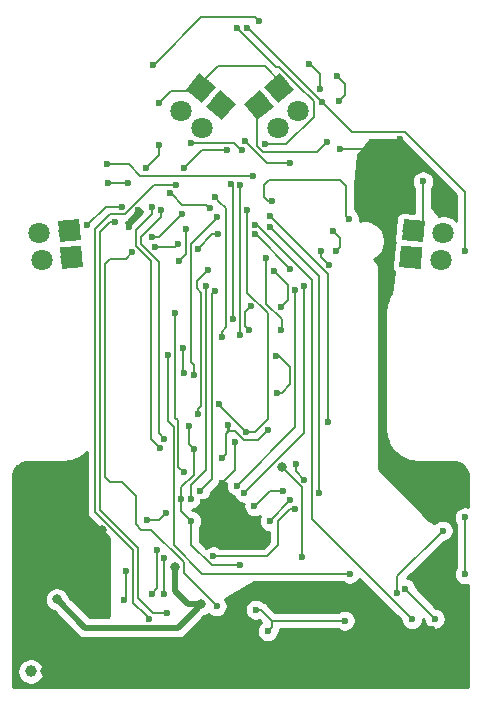
<source format=gbr>
G04 #@! TF.GenerationSoftware,KiCad,Pcbnew,(5.1.4)-1*
G04 #@! TF.CreationDate,2019-11-08T17:49:40+09:00*
G04 #@! TF.ProjectId,gekko,67656b6b-6f2e-46b6-9963-61645f706362,rev?*
G04 #@! TF.SameCoordinates,Original*
G04 #@! TF.FileFunction,Copper,L2,Bot*
G04 #@! TF.FilePolarity,Positive*
%FSLAX46Y46*%
G04 Gerber Fmt 4.6, Leading zero omitted, Abs format (unit mm)*
G04 Created by KiCad (PCBNEW (5.1.4)-1) date 2019-11-08 17:49:40*
%MOMM*%
%LPD*%
G04 APERTURE LIST*
%ADD10C,1.800000*%
%ADD11C,0.100000*%
%ADD12C,1.000000*%
%ADD13C,0.600000*%
%ADD14C,0.800000*%
%ADD15C,0.200000*%
%ADD16C,0.250000*%
%ADD17C,0.500000*%
%ADD18C,0.254000*%
G04 APERTURE END LIST*
D10*
X166911168Y-110892285D03*
X164576934Y-108429472D03*
D11*
G36*
X163601919Y-109247607D02*
G01*
X163758799Y-107454457D01*
X165551949Y-107611337D01*
X165395069Y-109404487D01*
X163601919Y-109247607D01*
X163601919Y-109247607D01*
G37*
D10*
X167107268Y-108650847D03*
X164380834Y-110670910D03*
D11*
G36*
X163405819Y-111489045D02*
G01*
X163562699Y-109695895D01*
X165355849Y-109852775D01*
X165198969Y-111645925D01*
X163405819Y-111489045D01*
X163405819Y-111489045D01*
G37*
D10*
X153116769Y-99766985D03*
X153207688Y-96374960D03*
D11*
G36*
X151939739Y-96264029D02*
G01*
X153318619Y-95107011D01*
X154475637Y-96485891D01*
X153096757Y-97642909D01*
X151939739Y-96264029D01*
X151939739Y-96264029D01*
G37*
D10*
X154840369Y-98320713D03*
X151484088Y-97821233D03*
D11*
G36*
X150216139Y-97710302D02*
G01*
X151595019Y-96553284D01*
X152752037Y-97932164D01*
X151373157Y-99089182D01*
X150216139Y-97710302D01*
X150216139Y-97710302D01*
G37*
D10*
X144936400Y-98313728D03*
X146569081Y-96367975D03*
D11*
G36*
X146680012Y-97635924D02*
G01*
X145301132Y-96478906D01*
X146458150Y-95100026D01*
X147837030Y-96257044D01*
X146680012Y-97635924D01*
X146680012Y-97635924D01*
G37*
D10*
X146660000Y-99760000D03*
X148292681Y-97814247D03*
D11*
G36*
X148403612Y-99082196D02*
G01*
X147024732Y-97925178D01*
X148181750Y-96546298D01*
X149560630Y-97703316D01*
X148403612Y-99082196D01*
X148403612Y-99082196D01*
G37*
D10*
X132913900Y-108648562D03*
X135444234Y-108427186D03*
D11*
G36*
X134626099Y-109402201D02*
G01*
X134469219Y-107609051D01*
X136262369Y-107452171D01*
X136419249Y-109245321D01*
X134626099Y-109402201D01*
X134626099Y-109402201D01*
G37*
D10*
X133110000Y-110890000D03*
X135640335Y-110668624D03*
D11*
G36*
X134822200Y-111643639D02*
G01*
X134665320Y-109850489D01*
X136458470Y-109693609D01*
X136615350Y-111486759D01*
X134822200Y-111643639D01*
X134822200Y-111643639D01*
G37*
D12*
X132200000Y-145750000D03*
X133450000Y-145750000D03*
D13*
X157290000Y-100890000D03*
X163208559Y-139135884D03*
X142670000Y-109840000D03*
X157442412Y-111334336D03*
X156741602Y-110179990D03*
X145770000Y-133010000D03*
X145550000Y-124990000D03*
X146010000Y-126910000D03*
X148400000Y-127660000D03*
X152320000Y-125290000D03*
X158760000Y-141450000D03*
X152250000Y-142360000D03*
X149930000Y-136750000D03*
X142010000Y-132890000D03*
X143620000Y-132300000D03*
X144950000Y-131140000D03*
X140240000Y-137260000D03*
X146330000Y-109980000D03*
X154170000Y-111680000D03*
X151165762Y-108749988D03*
X140060000Y-139660000D03*
X144689990Y-109549424D03*
X148054247Y-108749998D03*
X151234662Y-140515338D03*
X167060000Y-133820000D03*
X148900000Y-124850000D03*
X133200000Y-128180000D03*
X160250000Y-104120000D03*
X158349990Y-101520000D03*
X154110000Y-102700000D03*
X148400000Y-129760000D03*
X152150000Y-110740000D03*
X153340000Y-116820000D03*
X153005715Y-122146689D03*
X152920000Y-119030000D03*
X168820000Y-129790000D03*
X165190000Y-130670000D03*
X157740000Y-108440000D03*
X158020000Y-110190062D03*
X149466790Y-126305330D03*
X155260000Y-138460000D03*
D14*
X138169480Y-136988347D03*
D13*
X150345684Y-100857252D03*
D14*
X138225046Y-133810710D03*
D13*
X147360000Y-106530000D03*
X144000000Y-105200000D03*
X141310000Y-106710000D03*
X140504928Y-108083206D03*
X163424272Y-100635728D03*
X153120000Y-140350000D03*
X163930000Y-143780000D03*
X166160000Y-142140000D03*
X133260000Y-146780000D03*
X134580000Y-146790000D03*
X136160000Y-146820000D03*
X137850000Y-146820000D03*
X152060000Y-146820000D03*
X153440000Y-146780000D03*
X154930000Y-146780000D03*
X156640000Y-146780000D03*
X162680000Y-146800000D03*
X163770000Y-146810000D03*
X165690000Y-144860000D03*
X162580000Y-144550000D03*
X149980000Y-134260000D03*
X148100001Y-131691216D03*
X146770000Y-131370000D03*
X130900000Y-131670000D03*
X131030000Y-129110000D03*
X135300000Y-128270000D03*
X162960000Y-104460000D03*
X163220000Y-102540000D03*
X164390000Y-103750000D03*
X166710000Y-106440000D03*
X168060000Y-105630000D03*
X168090000Y-107120000D03*
X132850000Y-144490000D03*
X132820000Y-143100000D03*
X133990000Y-140830000D03*
X135330000Y-138720000D03*
X152035000Y-134885000D03*
X152150000Y-139330000D03*
X137460000Y-140870000D03*
X157910000Y-140270000D03*
X135610000Y-131950000D03*
X131960000Y-134540000D03*
X159109998Y-107410000D03*
X152600000Y-105910000D03*
X168940000Y-132710002D03*
X168919990Y-137510000D03*
D14*
X144370000Y-136870000D03*
X146640000Y-140080000D03*
D13*
X154560000Y-132010000D03*
D14*
X134400000Y-139650000D03*
D13*
X147660000Y-136010000D03*
X147920000Y-140210000D03*
X140760000Y-110274981D03*
X142480000Y-108970000D03*
X145010000Y-107000000D03*
X143760000Y-140800000D03*
X139312178Y-107692044D03*
X154630000Y-128170000D03*
X155360000Y-129500000D03*
X144520000Y-104540010D03*
X148830000Y-101640000D03*
X142235911Y-141304954D03*
X145153026Y-103159990D03*
X147820000Y-113510000D03*
X142890000Y-135450000D03*
X142445000Y-139165000D03*
X146550000Y-130440000D03*
X147032761Y-113142761D03*
X143510000Y-136130000D03*
X145749937Y-131129042D03*
X143510000Y-139160000D03*
X145170000Y-128890010D03*
X144430000Y-115395734D03*
D14*
X153460000Y-128460000D03*
D13*
X155170000Y-136030000D03*
X146390000Y-123940000D03*
X147158001Y-111778001D03*
X164465000Y-141305000D03*
X151184129Y-107950187D03*
X163920000Y-138770000D03*
X159180000Y-137470000D03*
X143780000Y-118970000D03*
X144725000Y-111005000D03*
X145300000Y-108290010D03*
X166400000Y-141290000D03*
X143480000Y-126030000D03*
X143181974Y-106719980D03*
X143130000Y-126870000D03*
X142436784Y-106428929D03*
X150483560Y-91242069D03*
X168970000Y-110110000D03*
X156865000Y-97505000D03*
X152050000Y-101090000D03*
X149640000Y-91270010D03*
X145740000Y-100970000D03*
X150071687Y-101608879D03*
X151490000Y-90680000D03*
X158109272Y-95320728D03*
X142580000Y-94410000D03*
X158320000Y-97450000D03*
X138690000Y-104410000D03*
X140410000Y-104410000D03*
X138620000Y-102800000D03*
X151000000Y-103760000D03*
X150630000Y-116830000D03*
X150820000Y-114850000D03*
X153350000Y-114860000D03*
X152770000Y-111870000D03*
X149920001Y-117230001D03*
X146020000Y-120630000D03*
X147970010Y-107310000D03*
X149932028Y-104541630D03*
X145130000Y-120490000D03*
X145110000Y-118360002D03*
X149310010Y-115899990D03*
X149136413Y-104457869D03*
X147767416Y-105592584D03*
X148350000Y-117400000D03*
X150430772Y-125502228D03*
X150520011Y-106690001D03*
X148110000Y-123079998D03*
X149650000Y-130030000D03*
X154592024Y-113470428D03*
X150260000Y-130620000D03*
X155300729Y-113099273D03*
X152450000Y-107230000D03*
X153520000Y-130440000D03*
X151130000Y-131750000D03*
X157349990Y-124650000D03*
X152422300Y-108108588D03*
X152410000Y-133030000D03*
X154170000Y-131270000D03*
X156590000Y-130610000D03*
X136950000Y-107990000D03*
X139930000Y-106390000D03*
X143050000Y-101160000D03*
X143050000Y-97650000D03*
X165400000Y-104255910D03*
X141910757Y-103159990D03*
X156650000Y-96420000D03*
X155780000Y-94300000D03*
D15*
X163208559Y-138711620D02*
X163208559Y-139135884D01*
X163208559Y-137671441D02*
X163208559Y-138711620D01*
X156741602Y-110633526D02*
X156741602Y-110604254D01*
X157442412Y-111334336D02*
X156741602Y-110633526D01*
X156741602Y-110604254D02*
X156741602Y-110179990D01*
X145550000Y-126450000D02*
X145550000Y-124990000D01*
X146010000Y-129100000D02*
X146010000Y-126910000D01*
X144950000Y-130160000D02*
X146010000Y-129100000D01*
X145770000Y-133010000D02*
X144950000Y-132190000D01*
X144950000Y-132190000D02*
X144950000Y-130160000D01*
X145820000Y-126720000D02*
X145550000Y-126450000D01*
X145820000Y-126720000D02*
X146010000Y-126910000D01*
X148699999Y-127360001D02*
X148699999Y-125650001D01*
X148400000Y-127660000D02*
X148699999Y-127360001D01*
X148699999Y-125650001D02*
X148930000Y-125420000D01*
X148930000Y-125420000D02*
X149500000Y-125420000D01*
X149500000Y-125420000D02*
X150250000Y-126170000D01*
X150250000Y-126170000D02*
X151440000Y-126170000D01*
X151440000Y-126170000D02*
X152320000Y-125290000D01*
X152600000Y-141450000D02*
X158335736Y-141450000D01*
X158335736Y-141450000D02*
X158760000Y-141450000D01*
X152600000Y-141450000D02*
X152600000Y-142010000D01*
X152600000Y-142010000D02*
X152250000Y-142360000D01*
X145770000Y-135020000D02*
X145770000Y-133010000D01*
X149930000Y-136750000D02*
X147500000Y-136750000D01*
X147500000Y-136750000D02*
X145770000Y-135020000D01*
X142010000Y-132890000D02*
X143030000Y-132890000D01*
X143030000Y-132890000D02*
X143620000Y-132300000D01*
X154170000Y-111680000D02*
X151239988Y-108749988D01*
X151239988Y-108749988D02*
X151165762Y-108749988D01*
X140240000Y-137260000D02*
X140240000Y-139480000D01*
X140240000Y-139480000D02*
X140060000Y-139660000D01*
X151829916Y-101780000D02*
X151320000Y-101270084D01*
X151320000Y-101270084D02*
X151320000Y-98810000D01*
X156400000Y-101780000D02*
X151829916Y-101780000D01*
X157290000Y-100890000D02*
X156400000Y-101780000D01*
X144399414Y-109840000D02*
X144689990Y-109549424D01*
X142670000Y-109840000D02*
X144399414Y-109840000D01*
X148048920Y-108749998D02*
X148054247Y-108749998D01*
X147560002Y-108749998D02*
X148048920Y-108749998D01*
X146330000Y-109980000D02*
X147560002Y-108749998D01*
X151665338Y-140515338D02*
X151658926Y-140515338D01*
X152600000Y-141450000D02*
X151665338Y-140515338D01*
X151658926Y-140515338D02*
X151234662Y-140515338D01*
X167060000Y-133820000D02*
X163208559Y-137671441D01*
D16*
X148930000Y-125420000D02*
X148930000Y-124880000D01*
X148930000Y-124880000D02*
X148900000Y-124850000D01*
D15*
X159160000Y-101520000D02*
X159410000Y-101520000D01*
X159160000Y-101520000D02*
X158349990Y-101520000D01*
X152150000Y-110740000D02*
X152150000Y-114610000D01*
X152150000Y-114610000D02*
X153430000Y-115890000D01*
X153430000Y-115890000D02*
X153430000Y-116730000D01*
X153430000Y-116730000D02*
X153340000Y-116820000D01*
X153429979Y-122146689D02*
X154140000Y-121436668D01*
X153005715Y-122146689D02*
X153429979Y-122146689D01*
X154140000Y-121436668D02*
X154140000Y-119970000D01*
X154140000Y-119970000D02*
X153200000Y-119030000D01*
X153200000Y-119030000D02*
X152920000Y-119030000D01*
X168820000Y-129790000D02*
X166070000Y-129790000D01*
X165489999Y-130370001D02*
X165190000Y-130670000D01*
X166070000Y-129790000D02*
X165489999Y-130370001D01*
X158370000Y-109840062D02*
X158020000Y-110190062D01*
X157740000Y-108440000D02*
X158370000Y-109070000D01*
X158370000Y-109070000D02*
X158370000Y-109840062D01*
X149466790Y-128693210D02*
X149466790Y-126729594D01*
X148400000Y-129760000D02*
X149466790Y-128693210D01*
X149466790Y-126729594D02*
X149466790Y-126305330D01*
X154110000Y-102700000D02*
X152184216Y-102700000D01*
X150645683Y-101157251D02*
X150345684Y-100857252D01*
X150645683Y-101161467D02*
X150645683Y-101157251D01*
X152184216Y-102700000D02*
X150645683Y-101161467D01*
D17*
X138169480Y-136988347D02*
X138169480Y-133866276D01*
X138169480Y-133866276D02*
X138225046Y-133810710D01*
D15*
X147060001Y-106230001D02*
X145030001Y-106230001D01*
X147360000Y-106530000D02*
X147060001Y-106230001D01*
X145030001Y-106230001D02*
X144110000Y-105310000D01*
X144110000Y-105310000D02*
X144000000Y-105200000D01*
X163124273Y-100935727D02*
X163424272Y-100635728D01*
X162540000Y-101520000D02*
X163124273Y-100935727D01*
X164520000Y-143780000D02*
X165860001Y-142439999D01*
X165860001Y-142439999D02*
X166160000Y-142140000D01*
X163930000Y-143780000D02*
X164520000Y-143780000D01*
D17*
X154110000Y-140350000D02*
X153120000Y-140350000D01*
X155260000Y-138460000D02*
X155260000Y-139200000D01*
X155260000Y-139200000D02*
X154110000Y-140350000D01*
D15*
X140504928Y-107515072D02*
X140504928Y-108083206D01*
X141310000Y-106710000D02*
X140504928Y-107515072D01*
X160250000Y-101580000D02*
X160310000Y-101520000D01*
X160250000Y-104120000D02*
X160250000Y-101580000D01*
X159160000Y-101520000D02*
X160310000Y-101520000D01*
X160310000Y-101520000D02*
X162540000Y-101520000D01*
X158390000Y-104120000D02*
X152390000Y-104120000D01*
X158880000Y-104610000D02*
X158390000Y-104120000D01*
X158870000Y-104620000D02*
X158880000Y-104610000D01*
X158870000Y-107200000D02*
X158870000Y-104620000D01*
X159080000Y-107410000D02*
X158870000Y-107200000D01*
X159109998Y-107410000D02*
X159080000Y-107410000D01*
X152390000Y-104120000D02*
X151910000Y-104600000D01*
X151910000Y-104600000D02*
X151910000Y-105500000D01*
X151910000Y-105500000D02*
X151910000Y-105540000D01*
X151910000Y-105540000D02*
X152280000Y-105910000D01*
X152280000Y-105910000D02*
X152600000Y-105910000D01*
X168940000Y-132710002D02*
X168940000Y-137489990D01*
X168940000Y-137489990D02*
X168919990Y-137510000D01*
D17*
X146640000Y-140080000D02*
X145540000Y-140080000D01*
X144370000Y-138910000D02*
X144370000Y-136870000D01*
X145540000Y-140080000D02*
X144370000Y-138910000D01*
D15*
X152190000Y-136010000D02*
X147660000Y-136010000D01*
X153130000Y-135070000D02*
X152190000Y-136010000D01*
X153130000Y-133015736D02*
X153130000Y-135070000D01*
X154560000Y-132010000D02*
X154135736Y-132010000D01*
X154135736Y-132010000D02*
X153130000Y-133015736D01*
D17*
X134400000Y-139650000D02*
X136804956Y-142054956D01*
X136804956Y-142054956D02*
X144665044Y-142054956D01*
X146240001Y-140479999D02*
X146640000Y-140080000D01*
X144665044Y-142054956D02*
X146240001Y-140479999D01*
D15*
X142480000Y-108970000D02*
X143040000Y-108970000D01*
X143040000Y-108970000D02*
X145010000Y-107000000D01*
X140224981Y-110810000D02*
X140760000Y-110274981D01*
X138460000Y-111211432D02*
X138861432Y-110810000D01*
X138460000Y-129300000D02*
X138460000Y-111211432D01*
X138880000Y-129720000D02*
X138460000Y-129300000D01*
X141070000Y-130874949D02*
X139915051Y-129720000D01*
X147920000Y-140210000D02*
X145150000Y-137440000D01*
X138861432Y-110810000D02*
X140224981Y-110810000D01*
X145150000Y-136520000D02*
X142400000Y-133770000D01*
X139915051Y-129720000D02*
X138880000Y-129720000D01*
X145150000Y-137440000D02*
X145150000Y-136520000D01*
X142400000Y-133770000D02*
X141560000Y-133770000D01*
X141560000Y-133770000D02*
X141070000Y-133280000D01*
X141070000Y-133280000D02*
X141070000Y-130874949D01*
X138047537Y-108532421D02*
X138887914Y-107692044D01*
X143760000Y-140800000D02*
X142560000Y-140800000D01*
X141250000Y-135280000D02*
X138047537Y-132077537D01*
X138047537Y-132077537D02*
X138047537Y-108532421D01*
X138887914Y-107692044D02*
X139312178Y-107692044D01*
X141250000Y-139490000D02*
X141250000Y-135280000D01*
X142560000Y-140800000D02*
X141250000Y-139490000D01*
X154630000Y-128170000D02*
X154630000Y-128770000D01*
X154630000Y-128770000D02*
X155360000Y-129500000D01*
X140849989Y-139919032D02*
X141935912Y-141004955D01*
X137647526Y-108246774D02*
X137647526Y-132243226D01*
X138894300Y-107000000D02*
X137647526Y-108246774D01*
X140170000Y-107000000D02*
X138894300Y-107000000D01*
X142629990Y-104540010D02*
X140170000Y-107000000D01*
X141935912Y-141004955D02*
X142235911Y-141304954D01*
X140849989Y-135445689D02*
X140849989Y-139919032D01*
X137647526Y-132243226D02*
X140849989Y-135445689D01*
X144520000Y-104540010D02*
X142629990Y-104540010D01*
X146673016Y-101640000D02*
X145453025Y-102859991D01*
X145453025Y-102859991D02*
X145153026Y-103159990D01*
X148830000Y-101640000D02*
X146673016Y-101640000D01*
X142890000Y-135450000D02*
X142890000Y-135874264D01*
X142890000Y-138720000D02*
X142445000Y-139165000D01*
X142890000Y-135874264D02*
X142890000Y-138720000D01*
X147509999Y-113820001D02*
X147509999Y-123378001D01*
X147820000Y-113510000D02*
X147509999Y-113820001D01*
X147509999Y-123378001D02*
X147520001Y-123388003D01*
X147520001Y-129469999D02*
X146849999Y-130140001D01*
X147520001Y-123388003D02*
X147520001Y-129469999D01*
X146849999Y-130140001D02*
X146550000Y-130440000D01*
X147032761Y-113142761D02*
X147050009Y-113125513D01*
X145749937Y-130704778D02*
X145749937Y-131129042D01*
X145749937Y-129975799D02*
X145749937Y-130704778D01*
X147040011Y-128685725D02*
X145749937Y-129975799D01*
X147032761Y-113142761D02*
X147032761Y-113567025D01*
X147040011Y-113574275D02*
X147040011Y-128685725D01*
X147032761Y-113567025D02*
X147040011Y-113574275D01*
X143510000Y-136130000D02*
X143510000Y-139160000D01*
X145170000Y-128890010D02*
X144680000Y-128400010D01*
X144680000Y-128400010D02*
X144680000Y-124500000D01*
X144680000Y-124500000D02*
X144430000Y-124250000D01*
X144430000Y-115819998D02*
X144430000Y-115395734D01*
X144430000Y-124250000D02*
X144430000Y-115819998D01*
X155170000Y-130170000D02*
X153859999Y-128859999D01*
X153859999Y-128859999D02*
X153460000Y-128460000D01*
X155170000Y-136030000D02*
X155170000Y-130170000D01*
X146280000Y-112656002D02*
X147158001Y-111778001D01*
X146280000Y-113320000D02*
X146280000Y-112656002D01*
X146640000Y-113680000D02*
X146280000Y-113320000D01*
X146640000Y-123265736D02*
X146640000Y-113680000D01*
X146390000Y-123940000D02*
X146390000Y-123515736D01*
X146390000Y-123515736D02*
X146640000Y-123265736D01*
X164480000Y-141320000D02*
X164465000Y-141305000D01*
X151360187Y-107950187D02*
X151184129Y-107950187D01*
X164465000Y-141305000D02*
X155989445Y-132829445D01*
X155989445Y-112579445D02*
X151360187Y-107950187D01*
X155989445Y-132829445D02*
X155989445Y-112579445D01*
X143780000Y-124570000D02*
X143780000Y-119394264D01*
X143780000Y-119394264D02*
X143780000Y-118970000D01*
X144279999Y-125069999D02*
X143780000Y-124570000D01*
X144279999Y-135084299D02*
X144279999Y-125069999D01*
X146665700Y-137470000D02*
X144279999Y-135084299D01*
X159180000Y-137470000D02*
X146665700Y-137470000D01*
X145300000Y-108714274D02*
X145300000Y-108290010D01*
X144725000Y-111005000D02*
X145300000Y-110430000D01*
X145300000Y-110430000D02*
X145300000Y-108714274D01*
X163920000Y-138810000D02*
X163920000Y-138770000D01*
X166400000Y-141290000D02*
X163920000Y-138810000D01*
X143181974Y-107144244D02*
X143181974Y-106719980D01*
X141490000Y-108974790D02*
X143181974Y-107282816D01*
X143050020Y-111100020D02*
X141490000Y-109540000D01*
X143050020Y-125600020D02*
X143050020Y-111100020D01*
X141490000Y-109540000D02*
X141490000Y-108974790D01*
X143181974Y-107282816D02*
X143181974Y-107144244D01*
X143480000Y-126030000D02*
X143050020Y-125600020D01*
X143130000Y-126870000D02*
X143140000Y-126880000D01*
X141089991Y-109705691D02*
X141089991Y-108386147D01*
X143130000Y-126870000D02*
X142350010Y-126090010D01*
X142350010Y-126090010D02*
X142350010Y-110965710D01*
X142436784Y-107039354D02*
X142436784Y-106853193D01*
X142436784Y-106853193D02*
X142436784Y-106428929D01*
X141089991Y-108386147D02*
X142436784Y-107039354D01*
X142350010Y-110965710D02*
X141089991Y-109705691D01*
X150610000Y-91250000D02*
X156865000Y-97505000D01*
X168970000Y-109685736D02*
X168970000Y-110110000D01*
X156865000Y-97505000D02*
X159395727Y-100035727D01*
X159395727Y-100035727D02*
X163883731Y-100035727D01*
X168970000Y-105121996D02*
X168970000Y-109685736D01*
X163883731Y-100035727D02*
X168970000Y-105121996D01*
X152920000Y-94560000D02*
X149640000Y-91280000D01*
X153220000Y-94560000D02*
X152920000Y-94560000D01*
X153467001Y-94807001D02*
X153220000Y-94560000D01*
X149640000Y-91280000D02*
X149640000Y-91270010D01*
X153834264Y-101090000D02*
X156160000Y-98764264D01*
X152050000Y-101090000D02*
X153834264Y-101090000D01*
X156160000Y-98764264D02*
X156160000Y-97490000D01*
X156160000Y-97490000D02*
X154809759Y-96139759D01*
X153472889Y-94807001D02*
X153467001Y-94807001D01*
X154809759Y-96139759D02*
X154805647Y-96139759D01*
X154805647Y-96139759D02*
X153472889Y-94807001D01*
X149771688Y-101308880D02*
X150071687Y-101608879D01*
X149432808Y-100970000D02*
X149771688Y-101308880D01*
X145740000Y-100970000D02*
X149432808Y-100970000D01*
X151190001Y-90380001D02*
X146609999Y-90380001D01*
X146609999Y-90380001D02*
X142879999Y-94110001D01*
X151490000Y-90680000D02*
X151190001Y-90380001D01*
X142879999Y-94110001D02*
X142580000Y-94410000D01*
X158810000Y-96960000D02*
X158320000Y-97450000D01*
X158109272Y-95320728D02*
X158810000Y-96021456D01*
X158810000Y-96021456D02*
X158810000Y-96960000D01*
X138690000Y-104410000D02*
X140410000Y-104410000D01*
X150575736Y-103760000D02*
X151000000Y-103760000D01*
X141430000Y-103760000D02*
X150575736Y-103760000D01*
X138620000Y-102800000D02*
X140470000Y-102800000D01*
X140470000Y-102800000D02*
X141430000Y-103760000D01*
X150330001Y-116530001D02*
X150330001Y-115329999D01*
X150630000Y-116830000D02*
X150330001Y-116530001D01*
X150330001Y-115329999D02*
X150690000Y-114970000D01*
X150690000Y-114970000D02*
X150810000Y-114850000D01*
X150810000Y-114850000D02*
X150820000Y-114850000D01*
X153940000Y-113040000D02*
X152770000Y-111870000D01*
X153940000Y-114280000D02*
X153940000Y-113040000D01*
X153350000Y-114860000D02*
X153930000Y-114280000D01*
X153930000Y-114280000D02*
X153940000Y-114280000D01*
X149920001Y-104553657D02*
X149932028Y-104541630D01*
X149920001Y-117230001D02*
X149920001Y-104553657D01*
X147670011Y-107609999D02*
X147970010Y-107310000D01*
X145720001Y-109560009D02*
X147670011Y-107609999D01*
X145720001Y-119539999D02*
X145720001Y-109560009D01*
X146020000Y-120630000D02*
X146020000Y-119840000D01*
X146020000Y-119840000D02*
X145720001Y-119539999D01*
X145110000Y-118784266D02*
X145110000Y-118360002D01*
X145110000Y-119740022D02*
X145110000Y-118784266D01*
X145110000Y-119740022D02*
X145110000Y-120470000D01*
X145110000Y-120470000D02*
X145130000Y-120490000D01*
X145110000Y-118360002D02*
X145110000Y-118360002D01*
X149300000Y-115910000D02*
X149310010Y-115899990D01*
X149160010Y-115910000D02*
X149300000Y-115910000D01*
X149310010Y-115899990D02*
X149310010Y-104631466D01*
X149310010Y-104631466D02*
X149136413Y-104457869D01*
X147767416Y-105592584D02*
X147755101Y-105580269D01*
X148155100Y-105980268D02*
X147767416Y-105592584D01*
X148710000Y-106535168D02*
X148155100Y-105980268D01*
X148710000Y-116615736D02*
X148710000Y-116340000D01*
X148350000Y-116975736D02*
X148710000Y-116615736D01*
X148350000Y-117400000D02*
X148350000Y-116975736D01*
X148710000Y-116340000D02*
X148710000Y-106535168D01*
X148260000Y-123331456D02*
X150130773Y-125202229D01*
X150130773Y-125202229D02*
X150430772Y-125502228D01*
X150520011Y-107114265D02*
X150520011Y-106690001D01*
X150520011Y-113670011D02*
X150520011Y-107114265D01*
X152290000Y-115440000D02*
X150520011Y-113670011D01*
X152290000Y-124350000D02*
X152290000Y-115440000D01*
X150430772Y-125502228D02*
X151137772Y-125502228D01*
X151137772Y-125502228D02*
X152290000Y-124350000D01*
X149650000Y-130030000D02*
X154592024Y-125087976D01*
X154592024Y-113894692D02*
X154592024Y-113470428D01*
X154592024Y-125087976D02*
X154592024Y-113894692D01*
X155300729Y-113523537D02*
X155300729Y-113099273D01*
X155300729Y-125579271D02*
X155300729Y-113523537D01*
X150260000Y-130620000D02*
X155300729Y-125579271D01*
X152440000Y-130440000D02*
X151429999Y-131450001D01*
X151429999Y-131450001D02*
X151130000Y-131750000D01*
X153520000Y-130440000D02*
X152440000Y-130440000D01*
X157349990Y-112129990D02*
X157349990Y-124225736D01*
X157349990Y-124225736D02*
X157349990Y-124650000D01*
X152450000Y-107230000D02*
X157349990Y-112129990D01*
X152410000Y-133030000D02*
X154170000Y-131270000D01*
X156590000Y-112276288D02*
X156516856Y-112203144D01*
X152722299Y-108408587D02*
X152422300Y-108108588D01*
X156590000Y-130610000D02*
X156590000Y-112276288D01*
X156516856Y-112203144D02*
X152722299Y-108408587D01*
X136950000Y-107990000D02*
X138550000Y-106390000D01*
X138550000Y-106390000D02*
X139930000Y-106390000D01*
X143050000Y-97650000D02*
X144090000Y-96610000D01*
X144090000Y-96610000D02*
X145850000Y-96610000D01*
X165400000Y-107530000D02*
X165400000Y-104255910D01*
X164469665Y-108778624D02*
X165400000Y-107848289D01*
X165400000Y-107848289D02*
X165400000Y-107530000D01*
X152030000Y-94530000D02*
X153410000Y-95910000D01*
X148050000Y-94530000D02*
X152030000Y-94530000D01*
X146640000Y-96490000D02*
X146640000Y-95940000D01*
X146640000Y-95940000D02*
X148050000Y-94530000D01*
X143050000Y-102020747D02*
X142210756Y-102859991D01*
X143050000Y-101160000D02*
X143050000Y-102020747D01*
X142210756Y-102859991D02*
X141910757Y-103159990D01*
X156650000Y-95170000D02*
X156079999Y-94599999D01*
X156079999Y-94599999D02*
X155780000Y-94300000D01*
X156650000Y-96420000D02*
X156650000Y-95170000D01*
D18*
G36*
X168235000Y-105426443D02*
G01*
X168235001Y-107607763D01*
X168085773Y-107458535D01*
X167834363Y-107290548D01*
X167555011Y-107174836D01*
X167258452Y-107115847D01*
X166956084Y-107115847D01*
X166793490Y-107148189D01*
X166135000Y-106467251D01*
X166135000Y-104838861D01*
X166228586Y-104698799D01*
X166299068Y-104528639D01*
X166335000Y-104347999D01*
X166335000Y-104163821D01*
X166299068Y-103983181D01*
X166228586Y-103813021D01*
X166126262Y-103659882D01*
X165996028Y-103529648D01*
X165842889Y-103427324D01*
X165672729Y-103356842D01*
X165492089Y-103320910D01*
X165307911Y-103320910D01*
X165127271Y-103356842D01*
X164957111Y-103427324D01*
X164803972Y-103529648D01*
X164673738Y-103659882D01*
X164571414Y-103813021D01*
X164500932Y-103983181D01*
X164465000Y-104163821D01*
X164465000Y-104347999D01*
X164500932Y-104528639D01*
X164571414Y-104698799D01*
X164665001Y-104838862D01*
X164665000Y-106893230D01*
X163814411Y-106818813D01*
X163689334Y-106820177D01*
X163566927Y-106845917D01*
X163451893Y-106895042D01*
X163348654Y-106965666D01*
X163261176Y-107055073D01*
X163192822Y-107159828D01*
X163146218Y-107275906D01*
X163123155Y-107398845D01*
X162966275Y-109191995D01*
X162967639Y-109317072D01*
X162989255Y-109419865D01*
X162950118Y-109517344D01*
X162927055Y-109640283D01*
X162770175Y-111433433D01*
X162771539Y-111558510D01*
X162797279Y-111680917D01*
X162846404Y-111795951D01*
X162917028Y-111899190D01*
X162934498Y-111916283D01*
X162663884Y-113779353D01*
X162640073Y-113814128D01*
X162635192Y-113823155D01*
X162451942Y-114167797D01*
X162426546Y-114229413D01*
X162400313Y-114290618D01*
X162397278Y-114300421D01*
X162284460Y-114674093D01*
X162271512Y-114739485D01*
X162257671Y-114804601D01*
X162256598Y-114814807D01*
X162218508Y-115203276D01*
X162218508Y-115203288D01*
X162215001Y-115238896D01*
X162215000Y-125311105D01*
X162218161Y-125343195D01*
X162218074Y-125355580D01*
X162219075Y-125365793D01*
X162259876Y-125753986D01*
X162273277Y-125819268D01*
X162285755Y-125884678D01*
X162288720Y-125894502D01*
X162404144Y-126267377D01*
X162429988Y-126328857D01*
X162454915Y-126390554D01*
X162459732Y-126399615D01*
X162645383Y-126742970D01*
X162682653Y-126798225D01*
X162719113Y-126853942D01*
X162725599Y-126861895D01*
X162974405Y-127162649D01*
X163021712Y-127209627D01*
X163068283Y-127257184D01*
X163076190Y-127263726D01*
X163378675Y-127510427D01*
X163434183Y-127547306D01*
X163489128Y-127584928D01*
X163498155Y-127589809D01*
X163842796Y-127773059D01*
X163904426Y-127798461D01*
X163965618Y-127824688D01*
X163975421Y-127827723D01*
X164349093Y-127940541D01*
X164414460Y-127953484D01*
X164479601Y-127967330D01*
X164489807Y-127968403D01*
X164878276Y-128006493D01*
X164878277Y-128006493D01*
X164913895Y-128010001D01*
X167914053Y-128010001D01*
X168195021Y-128037550D01*
X168430712Y-128108709D01*
X168648089Y-128224292D01*
X168838879Y-128379896D01*
X168995811Y-128569594D01*
X169112906Y-128786158D01*
X169185709Y-129021345D01*
X169215001Y-129300038D01*
X169215001Y-131811875D01*
X169212729Y-131810934D01*
X169032089Y-131775002D01*
X168847911Y-131775002D01*
X168667271Y-131810934D01*
X168497111Y-131881416D01*
X168343972Y-131983740D01*
X168213738Y-132113974D01*
X168111414Y-132267113D01*
X168040932Y-132437273D01*
X168005000Y-132617913D01*
X168005000Y-132802091D01*
X168040932Y-132982731D01*
X168111414Y-133152891D01*
X168205000Y-133292953D01*
X168205001Y-136902699D01*
X168193728Y-136913972D01*
X168091404Y-137067111D01*
X168020922Y-137237271D01*
X167984990Y-137417911D01*
X167984990Y-137602089D01*
X168020922Y-137782729D01*
X168091404Y-137952889D01*
X168193728Y-138106028D01*
X168323962Y-138236262D01*
X168477101Y-138338586D01*
X168647261Y-138409068D01*
X168827901Y-138445000D01*
X169012079Y-138445000D01*
X169192719Y-138409068D01*
X169215000Y-138399839D01*
X169215000Y-147040001D01*
X130685000Y-147040001D01*
X130685000Y-145638212D01*
X131065000Y-145638212D01*
X131065000Y-145861788D01*
X131108617Y-146081067D01*
X131194176Y-146287624D01*
X131318388Y-146473520D01*
X131476480Y-146631612D01*
X131662376Y-146755824D01*
X131868933Y-146841383D01*
X132088212Y-146885000D01*
X132311788Y-146885000D01*
X132531067Y-146841383D01*
X132737624Y-146755824D01*
X132923520Y-146631612D01*
X133081612Y-146473520D01*
X133205824Y-146287624D01*
X133291383Y-146081067D01*
X133335000Y-145861788D01*
X133335000Y-145638212D01*
X133291383Y-145418933D01*
X133205824Y-145212376D01*
X133081612Y-145026480D01*
X132923520Y-144868388D01*
X132737624Y-144744176D01*
X132531067Y-144658617D01*
X132311788Y-144615000D01*
X132088212Y-144615000D01*
X131868933Y-144658617D01*
X131662376Y-144744176D01*
X131476480Y-144868388D01*
X131318388Y-145026480D01*
X131194176Y-145212376D01*
X131108617Y-145418933D01*
X131065000Y-145638212D01*
X130685000Y-145638212D01*
X130685000Y-129310948D01*
X130712549Y-129029980D01*
X130783708Y-128794289D01*
X130899291Y-128576912D01*
X131054895Y-128386122D01*
X131244593Y-128229190D01*
X131461157Y-128112095D01*
X131696344Y-128039292D01*
X131975028Y-128010001D01*
X134986105Y-128010001D01*
X135018194Y-128006840D01*
X135030579Y-128006927D01*
X135040792Y-128005926D01*
X135428985Y-127965125D01*
X135494267Y-127951724D01*
X135559677Y-127939246D01*
X135569501Y-127936281D01*
X135942376Y-127820857D01*
X136003856Y-127795013D01*
X136065553Y-127770086D01*
X136074614Y-127765269D01*
X136417969Y-127579618D01*
X136473224Y-127542348D01*
X136528941Y-127505888D01*
X136536894Y-127499402D01*
X136837648Y-127250596D01*
X136884626Y-127203289D01*
X136912527Y-127175967D01*
X136912527Y-132207111D01*
X136908970Y-132243226D01*
X136923161Y-132387311D01*
X136958618Y-132504194D01*
X136965190Y-132525859D01*
X137033440Y-132653546D01*
X137125289Y-132765464D01*
X137153334Y-132788480D01*
X138814096Y-134449242D01*
X138842045Y-141054533D01*
X138771171Y-141169956D01*
X137171535Y-141169956D01*
X135406535Y-139404957D01*
X135395226Y-139348102D01*
X135317205Y-139159744D01*
X135203937Y-138990226D01*
X135059774Y-138846063D01*
X134890256Y-138732795D01*
X134701898Y-138654774D01*
X134501939Y-138615000D01*
X134298061Y-138615000D01*
X134098102Y-138654774D01*
X133909744Y-138732795D01*
X133740226Y-138846063D01*
X133596063Y-138990226D01*
X133482795Y-139159744D01*
X133404774Y-139348102D01*
X133365000Y-139548061D01*
X133365000Y-139751939D01*
X133404774Y-139951898D01*
X133482795Y-140140256D01*
X133596063Y-140309774D01*
X133740226Y-140453937D01*
X133909744Y-140567205D01*
X134098102Y-140645226D01*
X134154957Y-140656535D01*
X136148426Y-142650005D01*
X136176139Y-142683773D01*
X136209907Y-142711486D01*
X136209909Y-142711488D01*
X136281408Y-142770166D01*
X136310897Y-142794367D01*
X136464643Y-142876545D01*
X136631466Y-142927151D01*
X136761479Y-142939956D01*
X136761489Y-142939956D01*
X136804955Y-142944237D01*
X136848421Y-142939956D01*
X144621575Y-142939956D01*
X144665044Y-142944237D01*
X144708513Y-142939956D01*
X144708521Y-142939956D01*
X144838534Y-142927151D01*
X145005357Y-142876545D01*
X145159103Y-142794367D01*
X145293861Y-142683773D01*
X145321578Y-142650000D01*
X146885044Y-141086535D01*
X146941898Y-141075226D01*
X147130256Y-140997205D01*
X147282913Y-140895203D01*
X147323972Y-140936262D01*
X147477111Y-141038586D01*
X147647271Y-141109068D01*
X147827911Y-141145000D01*
X148012089Y-141145000D01*
X148192729Y-141109068D01*
X148362889Y-141038586D01*
X148516028Y-140936262D01*
X148646262Y-140806028D01*
X148748586Y-140652889D01*
X148819068Y-140482729D01*
X148830899Y-140423249D01*
X150299662Y-140423249D01*
X150299662Y-140607427D01*
X150335594Y-140788067D01*
X150406076Y-140958227D01*
X150508400Y-141111366D01*
X150638634Y-141241600D01*
X150791773Y-141343924D01*
X150961933Y-141414406D01*
X151142573Y-141450338D01*
X151326751Y-141450338D01*
X151507391Y-141414406D01*
X151519814Y-141409260D01*
X151708115Y-141597561D01*
X151653972Y-141633738D01*
X151523738Y-141763972D01*
X151421414Y-141917111D01*
X151350932Y-142087271D01*
X151315000Y-142267911D01*
X151315000Y-142452089D01*
X151350932Y-142632729D01*
X151421414Y-142802889D01*
X151523738Y-142956028D01*
X151653972Y-143086262D01*
X151807111Y-143188586D01*
X151977271Y-143259068D01*
X152157911Y-143295000D01*
X152342089Y-143295000D01*
X152522729Y-143259068D01*
X152692889Y-143188586D01*
X152846028Y-143086262D01*
X152976262Y-142956028D01*
X153078586Y-142802889D01*
X153149068Y-142632729D01*
X153184036Y-142456938D01*
X153214087Y-142420320D01*
X153252172Y-142349068D01*
X153282337Y-142292634D01*
X153314987Y-142185000D01*
X158177049Y-142185000D01*
X158317111Y-142278586D01*
X158487271Y-142349068D01*
X158667911Y-142385000D01*
X158852089Y-142385000D01*
X159032729Y-142349068D01*
X159202889Y-142278586D01*
X159356028Y-142176262D01*
X159486262Y-142046028D01*
X159588586Y-141892889D01*
X159659068Y-141722729D01*
X159695000Y-141542089D01*
X159695000Y-141357911D01*
X159659068Y-141177271D01*
X159588586Y-141007111D01*
X159486262Y-140853972D01*
X159356028Y-140723738D01*
X159202889Y-140621414D01*
X159032729Y-140550932D01*
X158852089Y-140515000D01*
X158667911Y-140515000D01*
X158487271Y-140550932D01*
X158317111Y-140621414D01*
X158177049Y-140715000D01*
X152904447Y-140715000D01*
X152210596Y-140021150D01*
X152187576Y-139993100D01*
X152075658Y-139901251D01*
X151947971Y-139833001D01*
X151842673Y-139801059D01*
X151830690Y-139789076D01*
X151677551Y-139686752D01*
X151507391Y-139616270D01*
X151326751Y-139580338D01*
X151142573Y-139580338D01*
X150961933Y-139616270D01*
X150791773Y-139686752D01*
X150638634Y-139789076D01*
X150508400Y-139919310D01*
X150406076Y-140072449D01*
X150335594Y-140242609D01*
X150299662Y-140423249D01*
X148830899Y-140423249D01*
X148855000Y-140302089D01*
X148855000Y-140117911D01*
X148819068Y-139937271D01*
X148748586Y-139767111D01*
X148646262Y-139613972D01*
X148608106Y-139575816D01*
X151082065Y-138205000D01*
X158597049Y-138205000D01*
X158737111Y-138298586D01*
X158907271Y-138369068D01*
X159087911Y-138405000D01*
X159272089Y-138405000D01*
X159452729Y-138369068D01*
X159622889Y-138298586D01*
X159776028Y-138196262D01*
X159906262Y-138066028D01*
X160008586Y-137912889D01*
X160015866Y-137895313D01*
X163533069Y-141412516D01*
X163565932Y-141577729D01*
X163636414Y-141747889D01*
X163738738Y-141901028D01*
X163868972Y-142031262D01*
X164022111Y-142133586D01*
X164192271Y-142204068D01*
X164372911Y-142240000D01*
X164557089Y-142240000D01*
X164737729Y-142204068D01*
X164907889Y-142133586D01*
X165061028Y-142031262D01*
X165191262Y-141901028D01*
X165293586Y-141747889D01*
X165364068Y-141577729D01*
X165400000Y-141397089D01*
X165400000Y-141329447D01*
X165468069Y-141397515D01*
X165500932Y-141562729D01*
X165571414Y-141732889D01*
X165673738Y-141886028D01*
X165803972Y-142016262D01*
X165957111Y-142118586D01*
X166127271Y-142189068D01*
X166307911Y-142225000D01*
X166492089Y-142225000D01*
X166672729Y-142189068D01*
X166842889Y-142118586D01*
X166996028Y-142016262D01*
X167126262Y-141886028D01*
X167228586Y-141732889D01*
X167299068Y-141562729D01*
X167335000Y-141382089D01*
X167335000Y-141197911D01*
X167299068Y-141017271D01*
X167228586Y-140847111D01*
X167126262Y-140693972D01*
X166996028Y-140563738D01*
X166842889Y-140461414D01*
X166672729Y-140390932D01*
X166507515Y-140358069D01*
X164855000Y-138705554D01*
X164855000Y-138677911D01*
X164819068Y-138497271D01*
X164748586Y-138327111D01*
X164646262Y-138173972D01*
X164516028Y-138043738D01*
X164362889Y-137941414D01*
X164192729Y-137870932D01*
X164072441Y-137847005D01*
X167167515Y-134751931D01*
X167332729Y-134719068D01*
X167502889Y-134648586D01*
X167656028Y-134546262D01*
X167786262Y-134416028D01*
X167888586Y-134262889D01*
X167959068Y-134092729D01*
X167995000Y-133912089D01*
X167995000Y-133727911D01*
X167959068Y-133547271D01*
X167888586Y-133377111D01*
X167786262Y-133223972D01*
X167656028Y-133093738D01*
X167502889Y-132991414D01*
X167332729Y-132920932D01*
X167152089Y-132885000D01*
X166967911Y-132885000D01*
X166787271Y-132920932D01*
X166617111Y-132991414D01*
X166463972Y-133093738D01*
X166360635Y-133197075D01*
X165887342Y-132933916D01*
X161685000Y-128620537D01*
X161685000Y-111738895D01*
X161681942Y-111707850D01*
X161681963Y-111704895D01*
X161680962Y-111694682D01*
X161675930Y-111646807D01*
X161674365Y-111630915D01*
X161674204Y-111630385D01*
X161670762Y-111597634D01*
X161657356Y-111532326D01*
X161644881Y-111466933D01*
X161641916Y-111457109D01*
X161613059Y-111363890D01*
X161587219Y-111302420D01*
X161562293Y-111240725D01*
X161557476Y-111231664D01*
X161511064Y-111145825D01*
X161473798Y-111090576D01*
X161437331Y-111034848D01*
X161430845Y-111026895D01*
X161368643Y-110951706D01*
X161321351Y-110904743D01*
X161274762Y-110857168D01*
X161266860Y-110850631D01*
X161266858Y-110850629D01*
X161266855Y-110850627D01*
X161256669Y-110842319D01*
X161277301Y-110833773D01*
X161563360Y-110642634D01*
X161806633Y-110399361D01*
X161997772Y-110113302D01*
X162129430Y-109795451D01*
X162196549Y-109458021D01*
X162196549Y-109113981D01*
X162129430Y-108776551D01*
X161997772Y-108458700D01*
X161806633Y-108172641D01*
X161563360Y-107929368D01*
X161277301Y-107738229D01*
X160959450Y-107606571D01*
X160622020Y-107539452D01*
X160277980Y-107539452D01*
X160027662Y-107589243D01*
X160044998Y-107502089D01*
X160044998Y-107317911D01*
X160009066Y-107137271D01*
X159938584Y-106967111D01*
X159836260Y-106813972D01*
X159706026Y-106683738D01*
X159605000Y-106616235D01*
X159605000Y-104747638D01*
X159618556Y-104610000D01*
X159604365Y-104465915D01*
X159602950Y-104461250D01*
X159865840Y-102007608D01*
X160901888Y-100770727D01*
X163579285Y-100770727D01*
X168235000Y-105426443D01*
X168235000Y-105426443D01*
G37*
X168235000Y-105426443D02*
X168235001Y-107607763D01*
X168085773Y-107458535D01*
X167834363Y-107290548D01*
X167555011Y-107174836D01*
X167258452Y-107115847D01*
X166956084Y-107115847D01*
X166793490Y-107148189D01*
X166135000Y-106467251D01*
X166135000Y-104838861D01*
X166228586Y-104698799D01*
X166299068Y-104528639D01*
X166335000Y-104347999D01*
X166335000Y-104163821D01*
X166299068Y-103983181D01*
X166228586Y-103813021D01*
X166126262Y-103659882D01*
X165996028Y-103529648D01*
X165842889Y-103427324D01*
X165672729Y-103356842D01*
X165492089Y-103320910D01*
X165307911Y-103320910D01*
X165127271Y-103356842D01*
X164957111Y-103427324D01*
X164803972Y-103529648D01*
X164673738Y-103659882D01*
X164571414Y-103813021D01*
X164500932Y-103983181D01*
X164465000Y-104163821D01*
X164465000Y-104347999D01*
X164500932Y-104528639D01*
X164571414Y-104698799D01*
X164665001Y-104838862D01*
X164665000Y-106893230D01*
X163814411Y-106818813D01*
X163689334Y-106820177D01*
X163566927Y-106845917D01*
X163451893Y-106895042D01*
X163348654Y-106965666D01*
X163261176Y-107055073D01*
X163192822Y-107159828D01*
X163146218Y-107275906D01*
X163123155Y-107398845D01*
X162966275Y-109191995D01*
X162967639Y-109317072D01*
X162989255Y-109419865D01*
X162950118Y-109517344D01*
X162927055Y-109640283D01*
X162770175Y-111433433D01*
X162771539Y-111558510D01*
X162797279Y-111680917D01*
X162846404Y-111795951D01*
X162917028Y-111899190D01*
X162934498Y-111916283D01*
X162663884Y-113779353D01*
X162640073Y-113814128D01*
X162635192Y-113823155D01*
X162451942Y-114167797D01*
X162426546Y-114229413D01*
X162400313Y-114290618D01*
X162397278Y-114300421D01*
X162284460Y-114674093D01*
X162271512Y-114739485D01*
X162257671Y-114804601D01*
X162256598Y-114814807D01*
X162218508Y-115203276D01*
X162218508Y-115203288D01*
X162215001Y-115238896D01*
X162215000Y-125311105D01*
X162218161Y-125343195D01*
X162218074Y-125355580D01*
X162219075Y-125365793D01*
X162259876Y-125753986D01*
X162273277Y-125819268D01*
X162285755Y-125884678D01*
X162288720Y-125894502D01*
X162404144Y-126267377D01*
X162429988Y-126328857D01*
X162454915Y-126390554D01*
X162459732Y-126399615D01*
X162645383Y-126742970D01*
X162682653Y-126798225D01*
X162719113Y-126853942D01*
X162725599Y-126861895D01*
X162974405Y-127162649D01*
X163021712Y-127209627D01*
X163068283Y-127257184D01*
X163076190Y-127263726D01*
X163378675Y-127510427D01*
X163434183Y-127547306D01*
X163489128Y-127584928D01*
X163498155Y-127589809D01*
X163842796Y-127773059D01*
X163904426Y-127798461D01*
X163965618Y-127824688D01*
X163975421Y-127827723D01*
X164349093Y-127940541D01*
X164414460Y-127953484D01*
X164479601Y-127967330D01*
X164489807Y-127968403D01*
X164878276Y-128006493D01*
X164878277Y-128006493D01*
X164913895Y-128010001D01*
X167914053Y-128010001D01*
X168195021Y-128037550D01*
X168430712Y-128108709D01*
X168648089Y-128224292D01*
X168838879Y-128379896D01*
X168995811Y-128569594D01*
X169112906Y-128786158D01*
X169185709Y-129021345D01*
X169215001Y-129300038D01*
X169215001Y-131811875D01*
X169212729Y-131810934D01*
X169032089Y-131775002D01*
X168847911Y-131775002D01*
X168667271Y-131810934D01*
X168497111Y-131881416D01*
X168343972Y-131983740D01*
X168213738Y-132113974D01*
X168111414Y-132267113D01*
X168040932Y-132437273D01*
X168005000Y-132617913D01*
X168005000Y-132802091D01*
X168040932Y-132982731D01*
X168111414Y-133152891D01*
X168205000Y-133292953D01*
X168205001Y-136902699D01*
X168193728Y-136913972D01*
X168091404Y-137067111D01*
X168020922Y-137237271D01*
X167984990Y-137417911D01*
X167984990Y-137602089D01*
X168020922Y-137782729D01*
X168091404Y-137952889D01*
X168193728Y-138106028D01*
X168323962Y-138236262D01*
X168477101Y-138338586D01*
X168647261Y-138409068D01*
X168827901Y-138445000D01*
X169012079Y-138445000D01*
X169192719Y-138409068D01*
X169215000Y-138399839D01*
X169215000Y-147040001D01*
X130685000Y-147040001D01*
X130685000Y-145638212D01*
X131065000Y-145638212D01*
X131065000Y-145861788D01*
X131108617Y-146081067D01*
X131194176Y-146287624D01*
X131318388Y-146473520D01*
X131476480Y-146631612D01*
X131662376Y-146755824D01*
X131868933Y-146841383D01*
X132088212Y-146885000D01*
X132311788Y-146885000D01*
X132531067Y-146841383D01*
X132737624Y-146755824D01*
X132923520Y-146631612D01*
X133081612Y-146473520D01*
X133205824Y-146287624D01*
X133291383Y-146081067D01*
X133335000Y-145861788D01*
X133335000Y-145638212D01*
X133291383Y-145418933D01*
X133205824Y-145212376D01*
X133081612Y-145026480D01*
X132923520Y-144868388D01*
X132737624Y-144744176D01*
X132531067Y-144658617D01*
X132311788Y-144615000D01*
X132088212Y-144615000D01*
X131868933Y-144658617D01*
X131662376Y-144744176D01*
X131476480Y-144868388D01*
X131318388Y-145026480D01*
X131194176Y-145212376D01*
X131108617Y-145418933D01*
X131065000Y-145638212D01*
X130685000Y-145638212D01*
X130685000Y-129310948D01*
X130712549Y-129029980D01*
X130783708Y-128794289D01*
X130899291Y-128576912D01*
X131054895Y-128386122D01*
X131244593Y-128229190D01*
X131461157Y-128112095D01*
X131696344Y-128039292D01*
X131975028Y-128010001D01*
X134986105Y-128010001D01*
X135018194Y-128006840D01*
X135030579Y-128006927D01*
X135040792Y-128005926D01*
X135428985Y-127965125D01*
X135494267Y-127951724D01*
X135559677Y-127939246D01*
X135569501Y-127936281D01*
X135942376Y-127820857D01*
X136003856Y-127795013D01*
X136065553Y-127770086D01*
X136074614Y-127765269D01*
X136417969Y-127579618D01*
X136473224Y-127542348D01*
X136528941Y-127505888D01*
X136536894Y-127499402D01*
X136837648Y-127250596D01*
X136884626Y-127203289D01*
X136912527Y-127175967D01*
X136912527Y-132207111D01*
X136908970Y-132243226D01*
X136923161Y-132387311D01*
X136958618Y-132504194D01*
X136965190Y-132525859D01*
X137033440Y-132653546D01*
X137125289Y-132765464D01*
X137153334Y-132788480D01*
X138814096Y-134449242D01*
X138842045Y-141054533D01*
X138771171Y-141169956D01*
X137171535Y-141169956D01*
X135406535Y-139404957D01*
X135395226Y-139348102D01*
X135317205Y-139159744D01*
X135203937Y-138990226D01*
X135059774Y-138846063D01*
X134890256Y-138732795D01*
X134701898Y-138654774D01*
X134501939Y-138615000D01*
X134298061Y-138615000D01*
X134098102Y-138654774D01*
X133909744Y-138732795D01*
X133740226Y-138846063D01*
X133596063Y-138990226D01*
X133482795Y-139159744D01*
X133404774Y-139348102D01*
X133365000Y-139548061D01*
X133365000Y-139751939D01*
X133404774Y-139951898D01*
X133482795Y-140140256D01*
X133596063Y-140309774D01*
X133740226Y-140453937D01*
X133909744Y-140567205D01*
X134098102Y-140645226D01*
X134154957Y-140656535D01*
X136148426Y-142650005D01*
X136176139Y-142683773D01*
X136209907Y-142711486D01*
X136209909Y-142711488D01*
X136281408Y-142770166D01*
X136310897Y-142794367D01*
X136464643Y-142876545D01*
X136631466Y-142927151D01*
X136761479Y-142939956D01*
X136761489Y-142939956D01*
X136804955Y-142944237D01*
X136848421Y-142939956D01*
X144621575Y-142939956D01*
X144665044Y-142944237D01*
X144708513Y-142939956D01*
X144708521Y-142939956D01*
X144838534Y-142927151D01*
X145005357Y-142876545D01*
X145159103Y-142794367D01*
X145293861Y-142683773D01*
X145321578Y-142650000D01*
X146885044Y-141086535D01*
X146941898Y-141075226D01*
X147130256Y-140997205D01*
X147282913Y-140895203D01*
X147323972Y-140936262D01*
X147477111Y-141038586D01*
X147647271Y-141109068D01*
X147827911Y-141145000D01*
X148012089Y-141145000D01*
X148192729Y-141109068D01*
X148362889Y-141038586D01*
X148516028Y-140936262D01*
X148646262Y-140806028D01*
X148748586Y-140652889D01*
X148819068Y-140482729D01*
X148830899Y-140423249D01*
X150299662Y-140423249D01*
X150299662Y-140607427D01*
X150335594Y-140788067D01*
X150406076Y-140958227D01*
X150508400Y-141111366D01*
X150638634Y-141241600D01*
X150791773Y-141343924D01*
X150961933Y-141414406D01*
X151142573Y-141450338D01*
X151326751Y-141450338D01*
X151507391Y-141414406D01*
X151519814Y-141409260D01*
X151708115Y-141597561D01*
X151653972Y-141633738D01*
X151523738Y-141763972D01*
X151421414Y-141917111D01*
X151350932Y-142087271D01*
X151315000Y-142267911D01*
X151315000Y-142452089D01*
X151350932Y-142632729D01*
X151421414Y-142802889D01*
X151523738Y-142956028D01*
X151653972Y-143086262D01*
X151807111Y-143188586D01*
X151977271Y-143259068D01*
X152157911Y-143295000D01*
X152342089Y-143295000D01*
X152522729Y-143259068D01*
X152692889Y-143188586D01*
X152846028Y-143086262D01*
X152976262Y-142956028D01*
X153078586Y-142802889D01*
X153149068Y-142632729D01*
X153184036Y-142456938D01*
X153214087Y-142420320D01*
X153252172Y-142349068D01*
X153282337Y-142292634D01*
X153314987Y-142185000D01*
X158177049Y-142185000D01*
X158317111Y-142278586D01*
X158487271Y-142349068D01*
X158667911Y-142385000D01*
X158852089Y-142385000D01*
X159032729Y-142349068D01*
X159202889Y-142278586D01*
X159356028Y-142176262D01*
X159486262Y-142046028D01*
X159588586Y-141892889D01*
X159659068Y-141722729D01*
X159695000Y-141542089D01*
X159695000Y-141357911D01*
X159659068Y-141177271D01*
X159588586Y-141007111D01*
X159486262Y-140853972D01*
X159356028Y-140723738D01*
X159202889Y-140621414D01*
X159032729Y-140550932D01*
X158852089Y-140515000D01*
X158667911Y-140515000D01*
X158487271Y-140550932D01*
X158317111Y-140621414D01*
X158177049Y-140715000D01*
X152904447Y-140715000D01*
X152210596Y-140021150D01*
X152187576Y-139993100D01*
X152075658Y-139901251D01*
X151947971Y-139833001D01*
X151842673Y-139801059D01*
X151830690Y-139789076D01*
X151677551Y-139686752D01*
X151507391Y-139616270D01*
X151326751Y-139580338D01*
X151142573Y-139580338D01*
X150961933Y-139616270D01*
X150791773Y-139686752D01*
X150638634Y-139789076D01*
X150508400Y-139919310D01*
X150406076Y-140072449D01*
X150335594Y-140242609D01*
X150299662Y-140423249D01*
X148830899Y-140423249D01*
X148855000Y-140302089D01*
X148855000Y-140117911D01*
X148819068Y-139937271D01*
X148748586Y-139767111D01*
X148646262Y-139613972D01*
X148608106Y-139575816D01*
X151082065Y-138205000D01*
X158597049Y-138205000D01*
X158737111Y-138298586D01*
X158907271Y-138369068D01*
X159087911Y-138405000D01*
X159272089Y-138405000D01*
X159452729Y-138369068D01*
X159622889Y-138298586D01*
X159776028Y-138196262D01*
X159906262Y-138066028D01*
X160008586Y-137912889D01*
X160015866Y-137895313D01*
X163533069Y-141412516D01*
X163565932Y-141577729D01*
X163636414Y-141747889D01*
X163738738Y-141901028D01*
X163868972Y-142031262D01*
X164022111Y-142133586D01*
X164192271Y-142204068D01*
X164372911Y-142240000D01*
X164557089Y-142240000D01*
X164737729Y-142204068D01*
X164907889Y-142133586D01*
X165061028Y-142031262D01*
X165191262Y-141901028D01*
X165293586Y-141747889D01*
X165364068Y-141577729D01*
X165400000Y-141397089D01*
X165400000Y-141329447D01*
X165468069Y-141397515D01*
X165500932Y-141562729D01*
X165571414Y-141732889D01*
X165673738Y-141886028D01*
X165803972Y-142016262D01*
X165957111Y-142118586D01*
X166127271Y-142189068D01*
X166307911Y-142225000D01*
X166492089Y-142225000D01*
X166672729Y-142189068D01*
X166842889Y-142118586D01*
X166996028Y-142016262D01*
X167126262Y-141886028D01*
X167228586Y-141732889D01*
X167299068Y-141562729D01*
X167335000Y-141382089D01*
X167335000Y-141197911D01*
X167299068Y-141017271D01*
X167228586Y-140847111D01*
X167126262Y-140693972D01*
X166996028Y-140563738D01*
X166842889Y-140461414D01*
X166672729Y-140390932D01*
X166507515Y-140358069D01*
X164855000Y-138705554D01*
X164855000Y-138677911D01*
X164819068Y-138497271D01*
X164748586Y-138327111D01*
X164646262Y-138173972D01*
X164516028Y-138043738D01*
X164362889Y-137941414D01*
X164192729Y-137870932D01*
X164072441Y-137847005D01*
X167167515Y-134751931D01*
X167332729Y-134719068D01*
X167502889Y-134648586D01*
X167656028Y-134546262D01*
X167786262Y-134416028D01*
X167888586Y-134262889D01*
X167959068Y-134092729D01*
X167995000Y-133912089D01*
X167995000Y-133727911D01*
X167959068Y-133547271D01*
X167888586Y-133377111D01*
X167786262Y-133223972D01*
X167656028Y-133093738D01*
X167502889Y-132991414D01*
X167332729Y-132920932D01*
X167152089Y-132885000D01*
X166967911Y-132885000D01*
X166787271Y-132920932D01*
X166617111Y-132991414D01*
X166463972Y-133093738D01*
X166360635Y-133197075D01*
X165887342Y-132933916D01*
X161685000Y-128620537D01*
X161685000Y-111738895D01*
X161681942Y-111707850D01*
X161681963Y-111704895D01*
X161680962Y-111694682D01*
X161675930Y-111646807D01*
X161674365Y-111630915D01*
X161674204Y-111630385D01*
X161670762Y-111597634D01*
X161657356Y-111532326D01*
X161644881Y-111466933D01*
X161641916Y-111457109D01*
X161613059Y-111363890D01*
X161587219Y-111302420D01*
X161562293Y-111240725D01*
X161557476Y-111231664D01*
X161511064Y-111145825D01*
X161473798Y-111090576D01*
X161437331Y-111034848D01*
X161430845Y-111026895D01*
X161368643Y-110951706D01*
X161321351Y-110904743D01*
X161274762Y-110857168D01*
X161266860Y-110850631D01*
X161266858Y-110850629D01*
X161266855Y-110850627D01*
X161256669Y-110842319D01*
X161277301Y-110833773D01*
X161563360Y-110642634D01*
X161806633Y-110399361D01*
X161997772Y-110113302D01*
X162129430Y-109795451D01*
X162196549Y-109458021D01*
X162196549Y-109113981D01*
X162129430Y-108776551D01*
X161997772Y-108458700D01*
X161806633Y-108172641D01*
X161563360Y-107929368D01*
X161277301Y-107738229D01*
X160959450Y-107606571D01*
X160622020Y-107539452D01*
X160277980Y-107539452D01*
X160027662Y-107589243D01*
X160044998Y-107502089D01*
X160044998Y-107317911D01*
X160009066Y-107137271D01*
X159938584Y-106967111D01*
X159836260Y-106813972D01*
X159706026Y-106683738D01*
X159605000Y-106616235D01*
X159605000Y-104747638D01*
X159618556Y-104610000D01*
X159604365Y-104465915D01*
X159602950Y-104461250D01*
X159865840Y-102007608D01*
X160901888Y-100770727D01*
X163579285Y-100770727D01*
X168235000Y-105426443D01*
G36*
X148747867Y-129772679D02*
G01*
X148715000Y-129937911D01*
X148715000Y-130122089D01*
X148750932Y-130302729D01*
X148821414Y-130472889D01*
X148923738Y-130626028D01*
X149053972Y-130756262D01*
X149207111Y-130858586D01*
X149375717Y-130928424D01*
X149431414Y-131062889D01*
X149533738Y-131216028D01*
X149663972Y-131346262D01*
X149817111Y-131448586D01*
X149987271Y-131519068D01*
X150167911Y-131555000D01*
X150215471Y-131555000D01*
X150195000Y-131657911D01*
X150195000Y-131842089D01*
X150230932Y-132022729D01*
X150301414Y-132192889D01*
X150403738Y-132346028D01*
X150533972Y-132476262D01*
X150687111Y-132578586D01*
X150857271Y-132649068D01*
X151037911Y-132685000D01*
X151222089Y-132685000D01*
X151402729Y-132649068D01*
X151572889Y-132578586D01*
X151598580Y-132561420D01*
X151581414Y-132587111D01*
X151510932Y-132757271D01*
X151475000Y-132937911D01*
X151475000Y-133122089D01*
X151510932Y-133302729D01*
X151581414Y-133472889D01*
X151683738Y-133626028D01*
X151813972Y-133756262D01*
X151967111Y-133858586D01*
X152137271Y-133929068D01*
X152317911Y-133965000D01*
X152395000Y-133965000D01*
X152395001Y-134765552D01*
X151885554Y-135275000D01*
X148242951Y-135275000D01*
X148102889Y-135181414D01*
X147932729Y-135110932D01*
X147752089Y-135075000D01*
X147567911Y-135075000D01*
X147387271Y-135110932D01*
X147217111Y-135181414D01*
X147069494Y-135280048D01*
X146505000Y-134715554D01*
X146505000Y-133592951D01*
X146598586Y-133452889D01*
X146669068Y-133282729D01*
X146705000Y-133102089D01*
X146705000Y-132917911D01*
X146669068Y-132737271D01*
X146598586Y-132567111D01*
X146496262Y-132413972D01*
X146366028Y-132283738D01*
X146212889Y-132181414D01*
X146042729Y-132110932D01*
X145877515Y-132078068D01*
X145859928Y-132060481D01*
X146022666Y-132028110D01*
X146192826Y-131957628D01*
X146345965Y-131855304D01*
X146476199Y-131725070D01*
X146578523Y-131571931D01*
X146649005Y-131401771D01*
X146654834Y-131372465D01*
X146822729Y-131339068D01*
X146992889Y-131268586D01*
X147146028Y-131166262D01*
X147276262Y-131036028D01*
X147378586Y-130882889D01*
X147449068Y-130712729D01*
X147481932Y-130547515D01*
X148014194Y-130015253D01*
X148042239Y-129992237D01*
X148134088Y-129880319D01*
X148202338Y-129752632D01*
X148238279Y-129634150D01*
X148747867Y-129772679D01*
X148747867Y-129772679D01*
G37*
X148747867Y-129772679D02*
X148715000Y-129937911D01*
X148715000Y-130122089D01*
X148750932Y-130302729D01*
X148821414Y-130472889D01*
X148923738Y-130626028D01*
X149053972Y-130756262D01*
X149207111Y-130858586D01*
X149375717Y-130928424D01*
X149431414Y-131062889D01*
X149533738Y-131216028D01*
X149663972Y-131346262D01*
X149817111Y-131448586D01*
X149987271Y-131519068D01*
X150167911Y-131555000D01*
X150215471Y-131555000D01*
X150195000Y-131657911D01*
X150195000Y-131842089D01*
X150230932Y-132022729D01*
X150301414Y-132192889D01*
X150403738Y-132346028D01*
X150533972Y-132476262D01*
X150687111Y-132578586D01*
X150857271Y-132649068D01*
X151037911Y-132685000D01*
X151222089Y-132685000D01*
X151402729Y-132649068D01*
X151572889Y-132578586D01*
X151598580Y-132561420D01*
X151581414Y-132587111D01*
X151510932Y-132757271D01*
X151475000Y-132937911D01*
X151475000Y-133122089D01*
X151510932Y-133302729D01*
X151581414Y-133472889D01*
X151683738Y-133626028D01*
X151813972Y-133756262D01*
X151967111Y-133858586D01*
X152137271Y-133929068D01*
X152317911Y-133965000D01*
X152395000Y-133965000D01*
X152395001Y-134765552D01*
X151885554Y-135275000D01*
X148242951Y-135275000D01*
X148102889Y-135181414D01*
X147932729Y-135110932D01*
X147752089Y-135075000D01*
X147567911Y-135075000D01*
X147387271Y-135110932D01*
X147217111Y-135181414D01*
X147069494Y-135280048D01*
X146505000Y-134715554D01*
X146505000Y-133592951D01*
X146598586Y-133452889D01*
X146669068Y-133282729D01*
X146705000Y-133102089D01*
X146705000Y-132917911D01*
X146669068Y-132737271D01*
X146598586Y-132567111D01*
X146496262Y-132413972D01*
X146366028Y-132283738D01*
X146212889Y-132181414D01*
X146042729Y-132110932D01*
X145877515Y-132078068D01*
X145859928Y-132060481D01*
X146022666Y-132028110D01*
X146192826Y-131957628D01*
X146345965Y-131855304D01*
X146476199Y-131725070D01*
X146578523Y-131571931D01*
X146649005Y-131401771D01*
X146654834Y-131372465D01*
X146822729Y-131339068D01*
X146992889Y-131268586D01*
X147146028Y-131166262D01*
X147276262Y-131036028D01*
X147378586Y-130882889D01*
X147449068Y-130712729D01*
X147481932Y-130547515D01*
X148014194Y-130015253D01*
X148042239Y-129992237D01*
X148134088Y-129880319D01*
X148202338Y-129752632D01*
X148238279Y-129634150D01*
X148747867Y-129772679D01*
G36*
X141537716Y-106701658D02*
G01*
X141595509Y-106841183D01*
X140595799Y-107840893D01*
X140567754Y-107863909D01*
X140531503Y-107908081D01*
X140277301Y-107738229D01*
X140257326Y-107729955D01*
X140314085Y-107724365D01*
X140452633Y-107682337D01*
X140580320Y-107614087D01*
X140692238Y-107522238D01*
X140715259Y-107494188D01*
X141532751Y-106676696D01*
X141537716Y-106701658D01*
X141537716Y-106701658D01*
G37*
X141537716Y-106701658D02*
X141595509Y-106841183D01*
X140595799Y-107840893D01*
X140567754Y-107863909D01*
X140531503Y-107908081D01*
X140277301Y-107738229D01*
X140257326Y-107729955D01*
X140314085Y-107724365D01*
X140452633Y-107682337D01*
X140580320Y-107614087D01*
X140692238Y-107522238D01*
X140715259Y-107494188D01*
X141532751Y-106676696D01*
X141537716Y-106701658D01*
M02*

</source>
